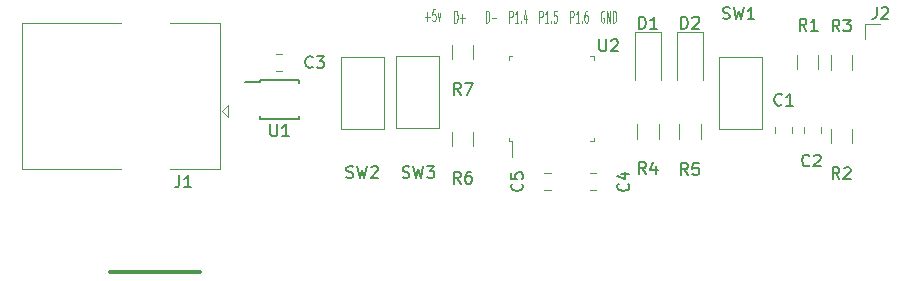
<source format=gto>
G04 #@! TF.GenerationSoftware,KiCad,Pcbnew,(6.0.8)*
G04 #@! TF.CreationDate,2022-10-26T15:13:26+02:00*
G04 #@! TF.ProjectId,F38C_U2S,46333843-5f55-4325-932e-6b696361645f,1.0*
G04 #@! TF.SameCoordinates,Original*
G04 #@! TF.FileFunction,Legend,Top*
G04 #@! TF.FilePolarity,Positive*
%FSLAX46Y46*%
G04 Gerber Fmt 4.6, Leading zero omitted, Abs format (unit mm)*
G04 Created by KiCad (PCBNEW (6.0.8)) date 2022-10-26 15:13:26*
%MOMM*%
%LPD*%
G01*
G04 APERTURE LIST*
%ADD10C,0.350000*%
%ADD11C,0.100000*%
%ADD12C,0.150000*%
%ADD13C,0.120000*%
G04 APERTURE END LIST*
D10*
X114300000Y-73660000D02*
X121920000Y-73660000D01*
D11*
X146117523Y-52522380D02*
X146117523Y-51522380D01*
X146236571Y-51522380D01*
X146308000Y-51570000D01*
X146355619Y-51665238D01*
X146379428Y-51760476D01*
X146403238Y-51950952D01*
X146403238Y-52093809D01*
X146379428Y-52284285D01*
X146355619Y-52379523D01*
X146308000Y-52474761D01*
X146236571Y-52522380D01*
X146117523Y-52522380D01*
X146617523Y-52141428D02*
X146998476Y-52141428D01*
X143450523Y-52522380D02*
X143450523Y-51522380D01*
X143569571Y-51522380D01*
X143641000Y-51570000D01*
X143688619Y-51665238D01*
X143712428Y-51760476D01*
X143736238Y-51950952D01*
X143736238Y-52093809D01*
X143712428Y-52284285D01*
X143688619Y-52379523D01*
X143641000Y-52474761D01*
X143569571Y-52522380D01*
X143450523Y-52522380D01*
X143950523Y-52141428D02*
X144331476Y-52141428D01*
X144141000Y-52522380D02*
X144141000Y-51760476D01*
X140985952Y-52014428D02*
X141366904Y-52014428D01*
X141176428Y-52395380D02*
X141176428Y-51633476D01*
X141843095Y-51395380D02*
X141605000Y-51395380D01*
X141581190Y-51871571D01*
X141605000Y-51823952D01*
X141652619Y-51776333D01*
X141771666Y-51776333D01*
X141819285Y-51823952D01*
X141843095Y-51871571D01*
X141866904Y-51966809D01*
X141866904Y-52204904D01*
X141843095Y-52300142D01*
X141819285Y-52347761D01*
X141771666Y-52395380D01*
X141652619Y-52395380D01*
X141605000Y-52347761D01*
X141581190Y-52300142D01*
X142033571Y-51728714D02*
X142152619Y-52395380D01*
X142271666Y-51728714D01*
X148117809Y-52522380D02*
X148117809Y-51522380D01*
X148308285Y-51522380D01*
X148355904Y-51570000D01*
X148379714Y-51617619D01*
X148403523Y-51712857D01*
X148403523Y-51855714D01*
X148379714Y-51950952D01*
X148355904Y-51998571D01*
X148308285Y-52046190D01*
X148117809Y-52046190D01*
X148879714Y-52522380D02*
X148594000Y-52522380D01*
X148736857Y-52522380D02*
X148736857Y-51522380D01*
X148689238Y-51665238D01*
X148641619Y-51760476D01*
X148594000Y-51808095D01*
X149094000Y-52427142D02*
X149117809Y-52474761D01*
X149094000Y-52522380D01*
X149070190Y-52474761D01*
X149094000Y-52427142D01*
X149094000Y-52522380D01*
X149546380Y-51855714D02*
X149546380Y-52522380D01*
X149427333Y-51474761D02*
X149308285Y-52189047D01*
X149617809Y-52189047D01*
X150657809Y-52522380D02*
X150657809Y-51522380D01*
X150848285Y-51522380D01*
X150895904Y-51570000D01*
X150919714Y-51617619D01*
X150943523Y-51712857D01*
X150943523Y-51855714D01*
X150919714Y-51950952D01*
X150895904Y-51998571D01*
X150848285Y-52046190D01*
X150657809Y-52046190D01*
X151419714Y-52522380D02*
X151134000Y-52522380D01*
X151276857Y-52522380D02*
X151276857Y-51522380D01*
X151229238Y-51665238D01*
X151181619Y-51760476D01*
X151134000Y-51808095D01*
X151634000Y-52427142D02*
X151657809Y-52474761D01*
X151634000Y-52522380D01*
X151610190Y-52474761D01*
X151634000Y-52427142D01*
X151634000Y-52522380D01*
X152110190Y-51522380D02*
X151872095Y-51522380D01*
X151848285Y-51998571D01*
X151872095Y-51950952D01*
X151919714Y-51903333D01*
X152038761Y-51903333D01*
X152086380Y-51950952D01*
X152110190Y-51998571D01*
X152134000Y-52093809D01*
X152134000Y-52331904D01*
X152110190Y-52427142D01*
X152086380Y-52474761D01*
X152038761Y-52522380D01*
X151919714Y-52522380D01*
X151872095Y-52474761D01*
X151848285Y-52427142D01*
X153273809Y-52522380D02*
X153273809Y-51522380D01*
X153464285Y-51522380D01*
X153511904Y-51570000D01*
X153535714Y-51617619D01*
X153559523Y-51712857D01*
X153559523Y-51855714D01*
X153535714Y-51950952D01*
X153511904Y-51998571D01*
X153464285Y-52046190D01*
X153273809Y-52046190D01*
X154035714Y-52522380D02*
X153750000Y-52522380D01*
X153892857Y-52522380D02*
X153892857Y-51522380D01*
X153845238Y-51665238D01*
X153797619Y-51760476D01*
X153750000Y-51808095D01*
X154250000Y-52427142D02*
X154273809Y-52474761D01*
X154250000Y-52522380D01*
X154226190Y-52474761D01*
X154250000Y-52427142D01*
X154250000Y-52522380D01*
X154702380Y-51522380D02*
X154607142Y-51522380D01*
X154559523Y-51570000D01*
X154535714Y-51617619D01*
X154488095Y-51760476D01*
X154464285Y-51950952D01*
X154464285Y-52331904D01*
X154488095Y-52427142D01*
X154511904Y-52474761D01*
X154559523Y-52522380D01*
X154654761Y-52522380D01*
X154702380Y-52474761D01*
X154726190Y-52427142D01*
X154750000Y-52331904D01*
X154750000Y-52093809D01*
X154726190Y-51998571D01*
X154702380Y-51950952D01*
X154654761Y-51903333D01*
X154559523Y-51903333D01*
X154511904Y-51950952D01*
X154488095Y-51998571D01*
X154464285Y-52093809D01*
X156119047Y-51575000D02*
X156071428Y-51527380D01*
X156000000Y-51527380D01*
X155928571Y-51575000D01*
X155880952Y-51670238D01*
X155857142Y-51765476D01*
X155833333Y-51955952D01*
X155833333Y-52098809D01*
X155857142Y-52289285D01*
X155880952Y-52384523D01*
X155928571Y-52479761D01*
X156000000Y-52527380D01*
X156047619Y-52527380D01*
X156119047Y-52479761D01*
X156142857Y-52432142D01*
X156142857Y-52098809D01*
X156047619Y-52098809D01*
X156357142Y-52527380D02*
X156357142Y-51527380D01*
X156642857Y-52527380D01*
X156642857Y-51527380D01*
X156880952Y-52527380D02*
X156880952Y-51527380D01*
X157000000Y-51527380D01*
X157071428Y-51575000D01*
X157119047Y-51670238D01*
X157142857Y-51765476D01*
X157166666Y-51955952D01*
X157166666Y-52098809D01*
X157142857Y-52289285D01*
X157119047Y-52384523D01*
X157071428Y-52479761D01*
X157000000Y-52527380D01*
X156880952Y-52527380D01*
D12*
X179205866Y-51208780D02*
X179205866Y-51923066D01*
X179158247Y-52065923D01*
X179063009Y-52161161D01*
X178920152Y-52208780D01*
X178824914Y-52208780D01*
X179634438Y-51304019D02*
X179682057Y-51256400D01*
X179777295Y-51208780D01*
X180015390Y-51208780D01*
X180110628Y-51256400D01*
X180158247Y-51304019D01*
X180205866Y-51399257D01*
X180205866Y-51494495D01*
X180158247Y-51637352D01*
X179586819Y-52208780D01*
X180205866Y-52208780D01*
X120166666Y-65452380D02*
X120166666Y-66166666D01*
X120119047Y-66309523D01*
X120023809Y-66404761D01*
X119880952Y-66452380D01*
X119785714Y-66452380D01*
X121166666Y-66452380D02*
X120595238Y-66452380D01*
X120880952Y-66452380D02*
X120880952Y-65452380D01*
X120785714Y-65595238D01*
X120690476Y-65690476D01*
X120595238Y-65738095D01*
X143990333Y-58618380D02*
X143657000Y-58142190D01*
X143418904Y-58618380D02*
X143418904Y-57618380D01*
X143799857Y-57618380D01*
X143895095Y-57666000D01*
X143942714Y-57713619D01*
X143990333Y-57808857D01*
X143990333Y-57951714D01*
X143942714Y-58046952D01*
X143895095Y-58094571D01*
X143799857Y-58142190D01*
X143418904Y-58142190D01*
X144323666Y-57618380D02*
X144990333Y-57618380D01*
X144561761Y-58618380D01*
X171168333Y-59454142D02*
X171120714Y-59501761D01*
X170977857Y-59549380D01*
X170882619Y-59549380D01*
X170739761Y-59501761D01*
X170644523Y-59406523D01*
X170596904Y-59311285D01*
X170549285Y-59120809D01*
X170549285Y-58977952D01*
X170596904Y-58787476D01*
X170644523Y-58692238D01*
X170739761Y-58597000D01*
X170882619Y-58549380D01*
X170977857Y-58549380D01*
X171120714Y-58597000D01*
X171168333Y-58644619D01*
X172120714Y-59549380D02*
X171549285Y-59549380D01*
X171835000Y-59549380D02*
X171835000Y-58549380D01*
X171739761Y-58692238D01*
X171644523Y-58787476D01*
X171549285Y-58835095D01*
X173517833Y-64597642D02*
X173470214Y-64645261D01*
X173327357Y-64692880D01*
X173232119Y-64692880D01*
X173089261Y-64645261D01*
X172994023Y-64550023D01*
X172946404Y-64454785D01*
X172898785Y-64264309D01*
X172898785Y-64121452D01*
X172946404Y-63930976D01*
X172994023Y-63835738D01*
X173089261Y-63740500D01*
X173232119Y-63692880D01*
X173327357Y-63692880D01*
X173470214Y-63740500D01*
X173517833Y-63788119D01*
X173898785Y-63788119D02*
X173946404Y-63740500D01*
X174041642Y-63692880D01*
X174279738Y-63692880D01*
X174374976Y-63740500D01*
X174422595Y-63788119D01*
X174470214Y-63883357D01*
X174470214Y-63978595D01*
X174422595Y-64121452D01*
X173851166Y-64692880D01*
X174470214Y-64692880D01*
X131450133Y-56279142D02*
X131402514Y-56326761D01*
X131259657Y-56374380D01*
X131164419Y-56374380D01*
X131021561Y-56326761D01*
X130926323Y-56231523D01*
X130878704Y-56136285D01*
X130831085Y-55945809D01*
X130831085Y-55802952D01*
X130878704Y-55612476D01*
X130926323Y-55517238D01*
X131021561Y-55422000D01*
X131164419Y-55374380D01*
X131259657Y-55374380D01*
X131402514Y-55422000D01*
X131450133Y-55469619D01*
X131783466Y-55374380D02*
X132402514Y-55374380D01*
X132069180Y-55755333D01*
X132212038Y-55755333D01*
X132307276Y-55802952D01*
X132354895Y-55850571D01*
X132402514Y-55945809D01*
X132402514Y-56183904D01*
X132354895Y-56279142D01*
X132307276Y-56326761D01*
X132212038Y-56374380D01*
X131926323Y-56374380D01*
X131831085Y-56326761D01*
X131783466Y-56279142D01*
X158166642Y-66166666D02*
X158214261Y-66214285D01*
X158261880Y-66357142D01*
X158261880Y-66452380D01*
X158214261Y-66595238D01*
X158119023Y-66690476D01*
X158023785Y-66738095D01*
X157833309Y-66785714D01*
X157690452Y-66785714D01*
X157499976Y-66738095D01*
X157404738Y-66690476D01*
X157309500Y-66595238D01*
X157261880Y-66452380D01*
X157261880Y-66357142D01*
X157309500Y-66214285D01*
X157357119Y-66166666D01*
X157595214Y-65309523D02*
X158261880Y-65309523D01*
X157214261Y-65547619D02*
X157928547Y-65785714D01*
X157928547Y-65166666D01*
X149149642Y-66166666D02*
X149197261Y-66214285D01*
X149244880Y-66357142D01*
X149244880Y-66452380D01*
X149197261Y-66595238D01*
X149102023Y-66690476D01*
X149006785Y-66738095D01*
X148816309Y-66785714D01*
X148673452Y-66785714D01*
X148482976Y-66738095D01*
X148387738Y-66690476D01*
X148292500Y-66595238D01*
X148244880Y-66452380D01*
X148244880Y-66357142D01*
X148292500Y-66214285D01*
X148340119Y-66166666D01*
X148244880Y-65261904D02*
X148244880Y-65738095D01*
X148721071Y-65785714D01*
X148673452Y-65738095D01*
X148625833Y-65642857D01*
X148625833Y-65404761D01*
X148673452Y-65309523D01*
X148721071Y-65261904D01*
X148816309Y-65214285D01*
X149054404Y-65214285D01*
X149149642Y-65261904D01*
X149197261Y-65309523D01*
X149244880Y-65404761D01*
X149244880Y-65642857D01*
X149197261Y-65738095D01*
X149149642Y-65785714D01*
X159103404Y-53039880D02*
X159103404Y-52039880D01*
X159341500Y-52039880D01*
X159484357Y-52087500D01*
X159579595Y-52182738D01*
X159627214Y-52277976D01*
X159674833Y-52468452D01*
X159674833Y-52611309D01*
X159627214Y-52801785D01*
X159579595Y-52897023D01*
X159484357Y-52992261D01*
X159341500Y-53039880D01*
X159103404Y-53039880D01*
X160627214Y-53039880D02*
X160055785Y-53039880D01*
X160341500Y-53039880D02*
X160341500Y-52039880D01*
X160246261Y-52182738D01*
X160151023Y-52277976D01*
X160055785Y-52325595D01*
X162659404Y-53039880D02*
X162659404Y-52039880D01*
X162897500Y-52039880D01*
X163040357Y-52087500D01*
X163135595Y-52182738D01*
X163183214Y-52277976D01*
X163230833Y-52468452D01*
X163230833Y-52611309D01*
X163183214Y-52801785D01*
X163135595Y-52897023D01*
X163040357Y-52992261D01*
X162897500Y-53039880D01*
X162659404Y-53039880D01*
X163611785Y-52135119D02*
X163659404Y-52087500D01*
X163754642Y-52039880D01*
X163992738Y-52039880D01*
X164087976Y-52087500D01*
X164135595Y-52135119D01*
X164183214Y-52230357D01*
X164183214Y-52325595D01*
X164135595Y-52468452D01*
X163564166Y-53039880D01*
X164183214Y-53039880D01*
X173263833Y-53199380D02*
X172930500Y-52723190D01*
X172692404Y-53199380D02*
X172692404Y-52199380D01*
X173073357Y-52199380D01*
X173168595Y-52247000D01*
X173216214Y-52294619D01*
X173263833Y-52389857D01*
X173263833Y-52532714D01*
X173216214Y-52627952D01*
X173168595Y-52675571D01*
X173073357Y-52723190D01*
X172692404Y-52723190D01*
X174216214Y-53199380D02*
X173644785Y-53199380D01*
X173930500Y-53199380D02*
X173930500Y-52199380D01*
X173835261Y-52342238D01*
X173740023Y-52437476D01*
X173644785Y-52485095D01*
X176057833Y-65772380D02*
X175724500Y-65296190D01*
X175486404Y-65772380D02*
X175486404Y-64772380D01*
X175867357Y-64772380D01*
X175962595Y-64820000D01*
X176010214Y-64867619D01*
X176057833Y-64962857D01*
X176057833Y-65105714D01*
X176010214Y-65200952D01*
X175962595Y-65248571D01*
X175867357Y-65296190D01*
X175486404Y-65296190D01*
X176438785Y-64867619D02*
X176486404Y-64820000D01*
X176581642Y-64772380D01*
X176819738Y-64772380D01*
X176914976Y-64820000D01*
X176962595Y-64867619D01*
X177010214Y-64962857D01*
X177010214Y-65058095D01*
X176962595Y-65200952D01*
X176391166Y-65772380D01*
X177010214Y-65772380D01*
X176057833Y-53262880D02*
X175724500Y-52786690D01*
X175486404Y-53262880D02*
X175486404Y-52262880D01*
X175867357Y-52262880D01*
X175962595Y-52310500D01*
X176010214Y-52358119D01*
X176057833Y-52453357D01*
X176057833Y-52596214D01*
X176010214Y-52691452D01*
X175962595Y-52739071D01*
X175867357Y-52786690D01*
X175486404Y-52786690D01*
X176391166Y-52262880D02*
X177010214Y-52262880D01*
X176676880Y-52643833D01*
X176819738Y-52643833D01*
X176914976Y-52691452D01*
X176962595Y-52739071D01*
X177010214Y-52834309D01*
X177010214Y-53072404D01*
X176962595Y-53167642D01*
X176914976Y-53215261D01*
X176819738Y-53262880D01*
X176534023Y-53262880D01*
X176438785Y-53215261D01*
X176391166Y-53167642D01*
X159674833Y-65337880D02*
X159341500Y-64861690D01*
X159103404Y-65337880D02*
X159103404Y-64337880D01*
X159484357Y-64337880D01*
X159579595Y-64385500D01*
X159627214Y-64433119D01*
X159674833Y-64528357D01*
X159674833Y-64671214D01*
X159627214Y-64766452D01*
X159579595Y-64814071D01*
X159484357Y-64861690D01*
X159103404Y-64861690D01*
X160531976Y-64671214D02*
X160531976Y-65337880D01*
X160293880Y-64290261D02*
X160055785Y-65004547D01*
X160674833Y-65004547D01*
X163230833Y-65428380D02*
X162897500Y-64952190D01*
X162659404Y-65428380D02*
X162659404Y-64428380D01*
X163040357Y-64428380D01*
X163135595Y-64476000D01*
X163183214Y-64523619D01*
X163230833Y-64618857D01*
X163230833Y-64761714D01*
X163183214Y-64856952D01*
X163135595Y-64904571D01*
X163040357Y-64952190D01*
X162659404Y-64952190D01*
X164135595Y-64428380D02*
X163659404Y-64428380D01*
X163611785Y-64904571D01*
X163659404Y-64856952D01*
X163754642Y-64809333D01*
X163992738Y-64809333D01*
X164087976Y-64856952D01*
X164135595Y-64904571D01*
X164183214Y-64999809D01*
X164183214Y-65237904D01*
X164135595Y-65333142D01*
X164087976Y-65380761D01*
X163992738Y-65428380D01*
X163754642Y-65428380D01*
X163659404Y-65380761D01*
X163611785Y-65333142D01*
X143990333Y-66153380D02*
X143657000Y-65677190D01*
X143418904Y-66153380D02*
X143418904Y-65153380D01*
X143799857Y-65153380D01*
X143895095Y-65201000D01*
X143942714Y-65248619D01*
X143990333Y-65343857D01*
X143990333Y-65486714D01*
X143942714Y-65581952D01*
X143895095Y-65629571D01*
X143799857Y-65677190D01*
X143418904Y-65677190D01*
X144847476Y-65153380D02*
X144657000Y-65153380D01*
X144561761Y-65201000D01*
X144514142Y-65248619D01*
X144418904Y-65391476D01*
X144371285Y-65581952D01*
X144371285Y-65962904D01*
X144418904Y-66058142D01*
X144466523Y-66105761D01*
X144561761Y-66153380D01*
X144752238Y-66153380D01*
X144847476Y-66105761D01*
X144895095Y-66058142D01*
X144942714Y-65962904D01*
X144942714Y-65724809D01*
X144895095Y-65629571D01*
X144847476Y-65581952D01*
X144752238Y-65534333D01*
X144561761Y-65534333D01*
X144466523Y-65581952D01*
X144418904Y-65629571D01*
X144371285Y-65724809D01*
X166191666Y-52173761D02*
X166334523Y-52221380D01*
X166572619Y-52221380D01*
X166667857Y-52173761D01*
X166715476Y-52126142D01*
X166763095Y-52030904D01*
X166763095Y-51935666D01*
X166715476Y-51840428D01*
X166667857Y-51792809D01*
X166572619Y-51745190D01*
X166382142Y-51697571D01*
X166286904Y-51649952D01*
X166239285Y-51602333D01*
X166191666Y-51507095D01*
X166191666Y-51411857D01*
X166239285Y-51316619D01*
X166286904Y-51269000D01*
X166382142Y-51221380D01*
X166620238Y-51221380D01*
X166763095Y-51269000D01*
X167096428Y-51221380D02*
X167334523Y-52221380D01*
X167525000Y-51507095D01*
X167715476Y-52221380D01*
X167953571Y-51221380D01*
X168858333Y-52221380D02*
X168286904Y-52221380D01*
X168572619Y-52221380D02*
X168572619Y-51221380D01*
X168477380Y-51364238D01*
X168382142Y-51459476D01*
X168286904Y-51507095D01*
X134314666Y-65635761D02*
X134457523Y-65683380D01*
X134695619Y-65683380D01*
X134790857Y-65635761D01*
X134838476Y-65588142D01*
X134886095Y-65492904D01*
X134886095Y-65397666D01*
X134838476Y-65302428D01*
X134790857Y-65254809D01*
X134695619Y-65207190D01*
X134505142Y-65159571D01*
X134409904Y-65111952D01*
X134362285Y-65064333D01*
X134314666Y-64969095D01*
X134314666Y-64873857D01*
X134362285Y-64778619D01*
X134409904Y-64731000D01*
X134505142Y-64683380D01*
X134743238Y-64683380D01*
X134886095Y-64731000D01*
X135219428Y-64683380D02*
X135457523Y-65683380D01*
X135648000Y-64969095D01*
X135838476Y-65683380D01*
X136076571Y-64683380D01*
X136409904Y-64778619D02*
X136457523Y-64731000D01*
X136552761Y-64683380D01*
X136790857Y-64683380D01*
X136886095Y-64731000D01*
X136933714Y-64778619D01*
X136981333Y-64873857D01*
X136981333Y-64969095D01*
X136933714Y-65111952D01*
X136362285Y-65683380D01*
X136981333Y-65683380D01*
X139077166Y-65619261D02*
X139220023Y-65666880D01*
X139458119Y-65666880D01*
X139553357Y-65619261D01*
X139600976Y-65571642D01*
X139648595Y-65476404D01*
X139648595Y-65381166D01*
X139600976Y-65285928D01*
X139553357Y-65238309D01*
X139458119Y-65190690D01*
X139267642Y-65143071D01*
X139172404Y-65095452D01*
X139124785Y-65047833D01*
X139077166Y-64952595D01*
X139077166Y-64857357D01*
X139124785Y-64762119D01*
X139172404Y-64714500D01*
X139267642Y-64666880D01*
X139505738Y-64666880D01*
X139648595Y-64714500D01*
X139981928Y-64666880D02*
X140220023Y-65666880D01*
X140410500Y-64952595D01*
X140600976Y-65666880D01*
X140839071Y-64666880D01*
X141124785Y-64666880D02*
X141743833Y-64666880D01*
X141410500Y-65047833D01*
X141553357Y-65047833D01*
X141648595Y-65095452D01*
X141696214Y-65143071D01*
X141743833Y-65238309D01*
X141743833Y-65476404D01*
X141696214Y-65571642D01*
X141648595Y-65619261D01*
X141553357Y-65666880D01*
X141267642Y-65666880D01*
X141172404Y-65619261D01*
X141124785Y-65571642D01*
X127875695Y-61140180D02*
X127875695Y-61949704D01*
X127923314Y-62044942D01*
X127970933Y-62092561D01*
X128066171Y-62140180D01*
X128256647Y-62140180D01*
X128351885Y-62092561D01*
X128399504Y-62044942D01*
X128447123Y-61949704D01*
X128447123Y-61140180D01*
X129447123Y-62140180D02*
X128875695Y-62140180D01*
X129161409Y-62140180D02*
X129161409Y-61140180D01*
X129066171Y-61283038D01*
X128970933Y-61378276D01*
X128875695Y-61425895D01*
X155738095Y-53952380D02*
X155738095Y-54761904D01*
X155785714Y-54857142D01*
X155833333Y-54904761D01*
X155928571Y-54952380D01*
X156119047Y-54952380D01*
X156214285Y-54904761D01*
X156261904Y-54857142D01*
X156309523Y-54761904D01*
X156309523Y-53952380D01*
X156738095Y-54047619D02*
X156785714Y-54000000D01*
X156880952Y-53952380D01*
X157119047Y-53952380D01*
X157214285Y-54000000D01*
X157261904Y-54047619D01*
X157309523Y-54142857D01*
X157309523Y-54238095D01*
X157261904Y-54380952D01*
X156690476Y-54952380D01*
X157309523Y-54952380D01*
D13*
X178256500Y-52620000D02*
X179526500Y-52620000D01*
X178256500Y-53890000D02*
X178256500Y-52620000D01*
X124320000Y-59500000D02*
X123820000Y-60000000D01*
X124320000Y-60500000D02*
X124320000Y-59500000D01*
X123820000Y-60000000D02*
X124320000Y-60500000D01*
X106880000Y-52590000D02*
X115240000Y-52590000D01*
X106880000Y-64910000D02*
X106880000Y-52590000D01*
X115240000Y-64910000D02*
X106880000Y-64910000D01*
X123600000Y-52590000D02*
X119340000Y-52590000D01*
X123600000Y-64910000D02*
X123600000Y-52590000D01*
X119340000Y-64910000D02*
X123600000Y-64910000D01*
X143247000Y-54385436D02*
X143247000Y-55589564D01*
X145067000Y-54385436D02*
X145067000Y-55589564D01*
X170625000Y-61366748D02*
X170625000Y-61889252D01*
X172045000Y-61366748D02*
X172045000Y-61889252D01*
X173038000Y-61375748D02*
X173038000Y-61898252D01*
X174458000Y-61375748D02*
X174458000Y-61898252D01*
X128839052Y-55212000D02*
X128316548Y-55212000D01*
X128839052Y-56632000D02*
X128316548Y-56632000D01*
X154944748Y-66710000D02*
X155467252Y-66710000D01*
X154944748Y-65290000D02*
X155467252Y-65290000D01*
X151602752Y-65290000D02*
X151080248Y-65290000D01*
X151602752Y-66710000D02*
X151080248Y-66710000D01*
X158706500Y-53302500D02*
X158706500Y-57362500D01*
X160976500Y-53302500D02*
X158706500Y-53302500D01*
X160976500Y-57362500D02*
X160976500Y-53302500D01*
X162262500Y-53302500D02*
X162262500Y-57362500D01*
X164532500Y-53302500D02*
X162262500Y-53302500D01*
X164532500Y-57362500D02*
X164532500Y-53302500D01*
X172457000Y-55229436D02*
X172457000Y-56433564D01*
X174277000Y-55229436D02*
X174277000Y-56433564D01*
X177134500Y-62720064D02*
X177134500Y-61515936D01*
X175314500Y-62720064D02*
X175314500Y-61515936D01*
X175314500Y-55292936D02*
X175314500Y-56497064D01*
X177134500Y-55292936D02*
X177134500Y-56497064D01*
X158931500Y-61135436D02*
X158931500Y-62339564D01*
X160751500Y-61135436D02*
X160751500Y-62339564D01*
X162487500Y-61135436D02*
X162487500Y-62339564D01*
X164307500Y-61135436D02*
X164307500Y-62339564D01*
X145067000Y-62964564D02*
X145067000Y-61760436D01*
X143247000Y-62964564D02*
X143247000Y-61760436D01*
X165842000Y-55440000D02*
X169462000Y-55440000D01*
X165842000Y-61560000D02*
X165842000Y-55440000D01*
X169462000Y-61560000D02*
X165842000Y-61560000D01*
X169462000Y-55440000D02*
X169462000Y-61560000D01*
X133838000Y-55440000D02*
X137458000Y-55440000D01*
X133838000Y-61560000D02*
X133838000Y-55440000D01*
X137458000Y-61560000D02*
X133838000Y-61560000D01*
X137458000Y-55440000D02*
X137458000Y-61560000D01*
X138537000Y-55360000D02*
X142157000Y-55360000D01*
X138537000Y-61480000D02*
X138537000Y-55360000D01*
X142157000Y-61480000D02*
X138537000Y-61480000D01*
X142157000Y-55360000D02*
X142157000Y-61480000D01*
D12*
X126962600Y-57570800D02*
X125737600Y-57570800D01*
X126962600Y-60695800D02*
X130312600Y-60695800D01*
X126962600Y-57345800D02*
X130312600Y-57345800D01*
X126962600Y-60695800D02*
X126962600Y-60395800D01*
X130312600Y-60695800D02*
X130312600Y-60395800D01*
X130312600Y-57345800D02*
X130312600Y-57645800D01*
X126962600Y-57345800D02*
X126962600Y-57570800D01*
D13*
X148340000Y-62580000D02*
X148340000Y-63895000D01*
X148040000Y-62580000D02*
X148340000Y-62580000D01*
X148040000Y-62280000D02*
X148040000Y-62580000D01*
X148040000Y-55360000D02*
X148340000Y-55360000D01*
X148040000Y-55660000D02*
X148040000Y-55360000D01*
X155260000Y-62580000D02*
X154960000Y-62580000D01*
X155260000Y-62280000D02*
X155260000Y-62580000D01*
X155260000Y-55360000D02*
X154960000Y-55360000D01*
X155260000Y-55660000D02*
X155260000Y-55360000D01*
M02*

</source>
